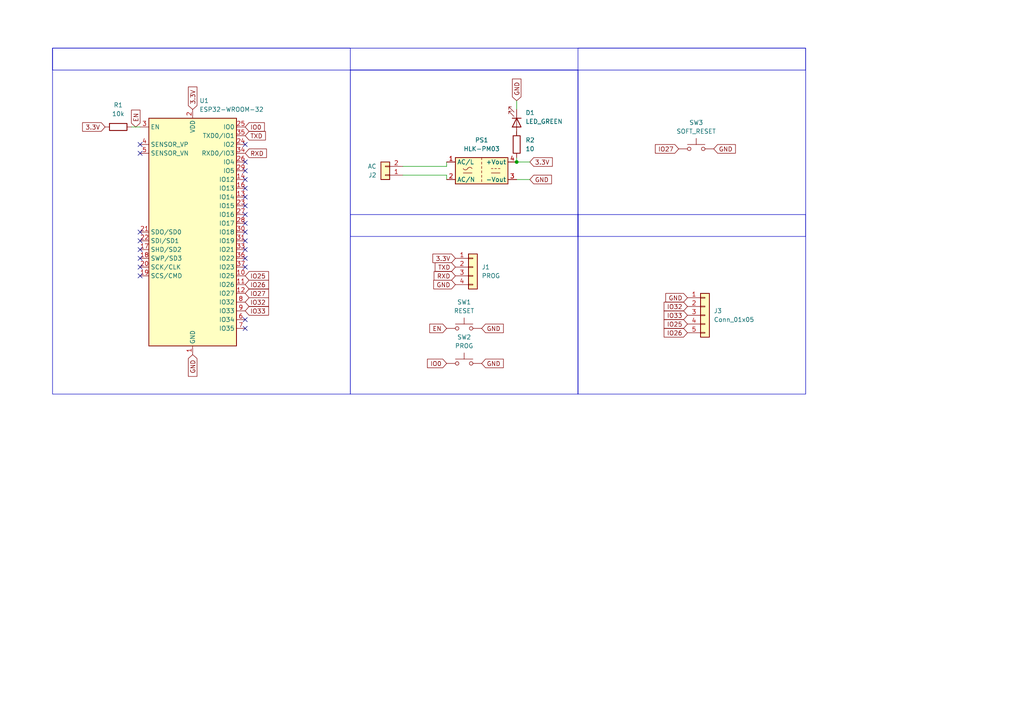
<source format=kicad_sch>
(kicad_sch (version 20231120) (generator "eeschema") (generator_version "8.0")
  (paper "A4")
  (lib_symbols
    (symbol "Connector_Generic:Conn_01x02" (pin_names (offset 1.016) hide)
      (property "Reference" "J2" (at 2.54 0.0001 0))
      (property "Value" "AC" (at 2.54 -2.5399 0))
      (symbol "Conn_01x02_1_1"
        (rectangle (start -1.27 -2.413) (end 0 -2.667) (stroke (width 0.1524)))
        (rectangle (start -1.27 0.127) (end 0 -0.127) (stroke (width 0.1524)))
        (rectangle (start -1.27 1.27) (end 1.27 -3.81) (stroke (width 0.254)) (fill (type background)))
        (pin passive line (at -5.08 0 0) (length 3.81) (name "Pin_1") (number "1"))
        (pin passive line (at -5.08 -2.54 0) (length 3.81) (name "Pin_2") (number "2"))
      )
    )
    (symbol "Connector_Generic:Conn_01x04" (pin_names (offset 1.016) hide)
      (property "Reference" "J" (at 0 5.08 0))
      (property "Value" "Conn_01x04" (at 0 -7.62 0))
      (symbol "Conn_01x04_1_1"
        (rectangle (start -1.27 -4.953) (end 0 -5.207) (stroke (width 0.1524)))
        (rectangle (start -1.27 -2.413) (end 0 -2.667) (stroke (width 0.1524)))
        (rectangle (start -1.27 0.127) (end 0 -0.127) (stroke (width 0.1524)))
        (rectangle (start -1.27 2.667) (end 0 2.413) (stroke (width 0.1524)))
        (rectangle (start -1.27 3.81) (end 1.27 -6.35) (stroke (width 0.254)) (fill (type background)))
        (pin passive line (at -5.08 2.54 0) (length 3.81) (name "Pin_1") (number "1"))
        (pin passive line (at -5.08 0 0) (length 3.81) (name "Pin_2") (number "2"))
        (pin passive line (at -5.08 -2.54 0) (length 3.81) (name "Pin_3") (number "3"))
        (pin passive line (at -5.08 -5.08 0) (length 3.81) (name "Pin_4") (number "4"))
      )
    )
    (symbol "Connector_Generic:Conn_01x05" (pin_names (offset 1.016) hide)
      (property "Reference" "J" (at 0 7.62 0))
      (property "Value" "Conn_01x05" (at 0 -7.62 0))
      (symbol "Conn_01x05_1_1"
        (rectangle (start -1.27 -4.953) (end 0 -5.207) (stroke (width 0.1524)))
        (rectangle (start -1.27 -2.413) (end 0 -2.667) (stroke (width 0.1524)))
        (rectangle (start -1.27 0.127) (end 0 -0.127) (stroke (width 0.1524)))
        (rectangle (start -1.27 2.667) (end 0 2.413) (stroke (width 0.1524)))
        (rectangle (start -1.27 5.207) (end 0 4.953) (stroke (width 0.1524)))
        (rectangle (start -1.27 6.35) (end 1.27 -6.35) (stroke (width 0.254)) (fill (type background)))
        (pin passive line (at -5.08 5.08 0) (length 3.81) (name "Pin_1") (number "1"))
        (pin passive line (at -5.08 2.54 0) (length 3.81) (name "Pin_2") (number "2"))
        (pin passive line (at -5.08 0 0) (length 3.81) (name "Pin_3") (number "3"))
        (pin passive line (at -5.08 -2.54 0) (length 3.81) (name "Pin_4") (number "4"))
        (pin passive line (at -5.08 -5.08 0) (length 3.81) (name "Pin_5") (number "5"))
      )
    )
    (symbol "Converter_ACDC:HLK-PM03"
      (property "Reference" "PS" (at 0 5.08 0))
      (property "Value" "HLK-PM03" (at 0 -5.08 0))
      (symbol "HLK-PM03_0_1"
        (rectangle (start -7.62 3.81) (end 7.62 -3.81) (stroke (width 0.254)) (fill (type background)))
        (arc (start -5.334 0.635) (mid -4.699 0.2495) (end -4.064 0.635))
        (arc (start -2.794 0.635) (mid -3.429 1.0072) (end -4.064 0.635))
        (polyline (pts (xy -5.334 -0.635) (xy -2.794 -0.635)))
        (polyline (pts (xy 0 -2.54) (xy 0 -3.175)))
        (polyline (pts (xy 0 -1.27) (xy 0 -1.905)))
        (polyline (pts (xy 0 0) (xy 0 -0.635)))
        (polyline (pts (xy 0 1.27) (xy 0 0.635)))
        (polyline (pts (xy 0 2.54) (xy 0 1.905)))
        (polyline (pts (xy 0 3.81) (xy 0 3.175)))
        (polyline (pts (xy 2.794 -0.635) (xy 5.334 -0.635)))
        (polyline (pts (xy 2.794 0.635) (xy 3.302 0.635)))
        (polyline (pts (xy 3.81 0.635) (xy 4.318 0.635)))
        (polyline (pts (xy 4.826 0.635) (xy 5.334 0.635)))
      )
      (symbol "HLK-PM03_1_1"
        (pin power_in line (at -10.16 2.54 0) (length 2.54) (name "AC/L") (number "1"))
        (pin power_in line (at -10.16 -2.54 0) (length 2.54) (name "AC/N") (number "2"))
        (pin power_out line (at 10.16 -2.54 180) (length 2.54) (name "-Vout") (number "3"))
        (pin power_out line (at 10.16 2.54 180) (length 2.54) (name "+Vout") (number "4"))
      )
    )
    (symbol "Device:LED" (pin_numbers hide) (pin_names (offset 1.016) hide)
      (property "Reference" "D" (at 0 2.54 0))
      (property "Value" "LED" (at 0 -2.54 0))
      (symbol "LED_0_1"
        (polyline (pts (xy -1.27 -1.27) (xy -1.27 1.27)) (stroke (width 0.254)))
        (polyline (pts (xy -1.27 0) (xy 1.27 0)))
        (polyline (pts (xy 1.27 -1.27) (xy 1.27 1.27) (xy -1.27 0) (xy 1.27 -1.27)) (stroke (width 0.254)))
        (polyline (pts (xy -3.048 -0.762) (xy -4.572 -2.286) (xy -3.81 -2.286) (xy -4.572 -2.286) (xy -4.572 -1.524)))
        (polyline (pts (xy -1.778 -0.762) (xy -3.302 -2.286) (xy -2.54 -2.286) (xy -3.302 -2.286) (xy -3.302 -1.524)))
      )
      (symbol "LED_1_1"
        (pin passive line (at -3.81 0 0) (length 2.54) (name "K") (number "1"))
        (pin passive line (at 3.81 0 180) (length 2.54) (name "A") (number "2"))
      )
    )
    (symbol "Device:R" (pin_numbers hide) (pin_names (offset 0))
      (property "Reference" "R" (at 2.032 0 90))
      (property "Value" "R" (at 0 0 90))
      (symbol "R_0_1"
        (rectangle (start -1.016 -2.54) (end 1.016 2.54) (stroke (width 0.254)))
      )
      (symbol "R_1_1"
        (pin passive line (at 0 3.81 270) (length 1.27) (name "~") (number "1"))
        (pin passive line (at 0 -3.81 90) (length 1.27) (name "~") (number "2"))
      )
    )
    (symbol "RF_Module:ESP32-WROOM-32"
      (property "Reference" "U" (at -12.7 34.29 0))
      (property "Value" "ESP32-WROOM-32" (at 1.27 34.29 0))
      (symbol "ESP32-WROOM-32_0_1"
        (rectangle (start -12.7 33.02) (end 12.7 -33.02) (stroke (width 0.254)) (fill (type background)))
      )
      (symbol "ESP32-WROOM-32_1_1"
        (pin power_in line (at 0 -35.56 90) (length 2.54) (name "GND") (number "1"))
        (pin bidirectional line (at 15.24 -12.7 180) (length 2.54) (name "IO25") (number "10"))
        (pin bidirectional line (at 15.24 -15.24 180) (length 2.54) (name "IO26") (number "11"))
        (pin bidirectional line (at 15.24 -17.78 180) (length 2.54) (name "IO27") (number "12"))
        (pin bidirectional line (at 15.24 10.16 180) (length 2.54) (name "IO14") (number "13"))
        (pin bidirectional line (at 15.24 15.24 180) (length 2.54) (name "IO12") (number "14"))
        (pin passive line (at 0 -35.56 90) (length 2.54) hide (name "GND") (number "15"))
        (pin bidirectional line (at 15.24 12.7 180) (length 2.54) (name "IO13") (number "16"))
        (pin bidirectional line (at -15.24 -5.08 0) (length 2.54) (name "SHD/SD2") (number "17"))
        (pin bidirectional line (at -15.24 -7.62 0) (length 2.54) (name "SWP/SD3") (number "18"))
        (pin bidirectional line (at -15.24 -12.7 0) (length 2.54) (name "SCS/CMD") (number "19"))
        (pin power_in line (at 0 35.56 270) (length 2.54) (name "VDD") (number "2"))
        (pin bidirectional line (at -15.24 -10.16 0) (length 2.54) (name "SCK/CLK") (number "20"))
        (pin bidirectional line (at -15.24 0 0) (length 2.54) (name "SDO/SD0") (number "21"))
        (pin bidirectional line (at -15.24 -2.54 0) (length 2.54) (name "SDI/SD1") (number "22"))
        (pin bidirectional line (at 15.24 7.62 180) (length 2.54) (name "IO15") (number "23"))
        (pin bidirectional line (at 15.24 25.4 180) (length 2.54) (name "IO2") (number "24"))
        (pin bidirectional line (at 15.24 30.48 180) (length 2.54) (name "IO0") (number "25"))
        (pin bidirectional line (at 15.24 20.32 180) (length 2.54) (name "IO4") (number "26"))
        (pin bidirectional line (at 15.24 5.08 180) (length 2.54) (name "IO16") (number "27"))
        (pin bidirectional line (at 15.24 2.54 180) (length 2.54) (name "IO17") (number "28"))
        (pin bidirectional line (at 15.24 17.78 180) (length 2.54) (name "IO5") (number "29"))
        (pin input line (at -15.24 30.48 0) (length 2.54) (name "EN") (number "3"))
        (pin bidirectional line (at 15.24 0 180) (length 2.54) (name "IO18") (number "30"))
        (pin bidirectional line (at 15.24 -2.54 180) (length 2.54) (name "IO19") (number "31"))
        (pin no_connect line (at -12.7 -27.94 0) (length 2.54) hide (name "NC") (number "32"))
        (pin bidirectional line (at 15.24 -5.08 180) (length 2.54) (name "IO21") (number "33"))
        (pin bidirectional line (at 15.24 22.86 180) (length 2.54) (name "RXD0/IO3") (number "34"))
        (pin bidirectional line (at 15.24 27.94 180) (length 2.54) (name "TXD0/IO1") (number "35"))
        (pin bidirectional line (at 15.24 -7.62 180) (length 2.54) (name "IO22") (number "36"))
        (pin bidirectional line (at 15.24 -10.16 180) (length 2.54) (name "IO23") (number "37"))
        (pin passive line (at 0 -35.56 90) (length 2.54) hide (name "GND") (number "38"))
        (pin passive line (at 0 -35.56 90) (length 2.54) hide (name "GND") (number "39"))
        (pin input line (at -15.24 25.4 0) (length 2.54) (name "SENSOR_VP") (number "4"))
        (pin input line (at -15.24 22.86 0) (length 2.54) (name "SENSOR_VN") (number "5"))
        (pin input line (at 15.24 -25.4 180) (length 2.54) (name "IO34") (number "6"))
        (pin input line (at 15.24 -27.94 180) (length 2.54) (name "IO35") (number "7"))
        (pin bidirectional line (at 15.24 -20.32 180) (length 2.54) (name "IO32") (number "8"))
        (pin bidirectional line (at 15.24 -22.86 180) (length 2.54) (name "IO33") (number "9"))
      )
    )
    (symbol "Switch:SW_Push" (pin_numbers hide) (pin_names (offset 1.016) hide)
      (property "Reference" "SW" (at 1.27 2.54 0))
      (property "Value" "SW_Push" (at 0 -1.524 0))
      (symbol "SW_Push_0_1"
        (circle (center -2.032 0) (radius 0.508))
        (polyline (pts (xy 0 1.27) (xy 0 3.048)))
        (polyline (pts (xy 2.54 1.27) (xy -2.54 1.27)))
        (circle (center 2.032 0) (radius 0.508))
        (pin passive line (at -5.08 0 0) (length 2.54) (name "1") (number "1"))
        (pin passive line (at 5.08 0 180) (length 2.54) (name "2") (number "2"))
      )
    )
  )
  (junction (at 149.86 46.99))
  (no_connect (at 71.12 41.91))
  (no_connect (at 71.12 46.99))
  (no_connect (at 71.12 74.93))
  (no_connect (at 71.12 72.39))
  (no_connect (at 40.64 69.85))
  (no_connect (at 71.12 57.15))
  (no_connect (at 71.12 95.25))
  (no_connect (at 71.12 54.61))
  (no_connect (at 71.12 52.07))
  (no_connect (at 71.12 92.71))
  (no_connect (at 40.64 77.47))
  (no_connect (at 40.64 67.31))
  (no_connect (at 71.12 69.85))
  (no_connect (at 71.12 49.53))
  (no_connect (at 71.12 62.23))
  (no_connect (at 40.64 44.45))
  (no_connect (at 40.64 41.91))
  (no_connect (at 71.12 64.77))
  (no_connect (at 71.12 67.31))
  (no_connect (at 40.64 74.93))
  (no_connect (at 71.12 77.47))
  (no_connect (at 40.64 80.01))
  (no_connect (at 71.12 59.69))
  (no_connect (at 40.64 72.39))
  (wire (pts (xy 153.67 52.07) (xy 149.86 52.07)))
  (wire (pts (xy 116.84 48.26) (xy 129.54 48.26)))
  (wire (pts (xy 116.84 50.8) (xy 129.54 50.8)))
  (wire (pts (xy 129.54 50.8) (xy 129.54 52.07)))
  (wire (pts (xy 149.86 38.1) (xy 149.86 39.37)))
  (wire (pts (xy 38.1 36.83) (xy 40.64 36.83)))
  (wire (pts (xy 149.86 29.21) (xy 149.86 31.75)))
  (wire (pts (xy 129.54 48.26) (xy 129.54 46.99)))
  (wire (pts (xy 149.86 45.72) (xy 149.86 46.99)))
  (wire (pts (xy 153.67 46.99) (xy 149.86 46.99)))
  (rectangle (start 15.24 13.97) (end 233.68 20.32))
  (rectangle (start 15.24 13.97) (end 101.6 114.3))
  (rectangle (start 167.64 13.97) (end 233.68 68.58))
  (rectangle (start 167.64 62.23) (end 233.68 114.3))
  (rectangle (start 101.6 20.32) (end 167.64 68.58))
  (rectangle (start 101.6 62.23) (end 167.64 114.3))
  (global_label "IO32" (shape input) (at 71.12 87.63 0) (property "Intersheetrefs" "${INTERSHEET_REFS}" (effects (hide yes))))
  (global_label "GND" (shape input) (at 199.39 86.36 180) (property "Intersheetrefs" "${INTERSHEET_REFS}" (effects (hide yes))))
  (global_label "IO26" (shape input) (at 71.12 82.55 0) (property "Intersheetrefs" "${INTERSHEET_REFS}" (effects (hide yes))))
  (global_label "IO0" (shape input) (at 129.54 105.41 180) (property "Intersheetrefs" "${INTERSHEET_REFS}" (effects (hide yes))))
  (global_label "GND" (shape input) (at 149.86 29.21 90) (property "Intersheetrefs" "${INTERSHEET_REFS}" (effects (hide yes))))
  (global_label "EN" (shape input) (at 39.37 36.83 90) (property "Intersheetrefs" "${INTERSHEET_REFS}" (effects (hide yes))))
  (global_label "GND" (shape input) (at 207.01 43.18 0) (property "Intersheetrefs" "${INTERSHEET_REFS}" (effects (hide yes))))
  (global_label "IO33" (shape input) (at 199.39 91.44 180) (property "Intersheetrefs" "${INTERSHEET_REFS}" (effects (hide yes))))
  (global_label "IO0" (shape input) (at 71.12 36.83 0) (property "Intersheetrefs" "${INTERSHEET_REFS}" (effects (hide yes))))
  (global_label "3.3V" (shape input) (at 55.88 31.75 90) (property "Intersheetrefs" "${INTERSHEET_REFS}" (effects (hide yes))))
  (global_label "TXD" (shape input) (at 71.12 39.37 0) (property "Intersheetrefs" "${INTERSHEET_REFS}" (effects (hide yes))))
  (global_label "IO26" (shape input) (at 199.39 96.52 180) (property "Intersheetrefs" "${INTERSHEET_REFS}" (effects (hide yes))))
  (global_label "3.3V" (shape input) (at 153.67 46.99 0) (property "Intersheetrefs" "${INTERSHEET_REFS}" (effects (hide yes))))
  (global_label "GND" (shape input) (at 139.7 105.41 0) (property "Intersheetrefs" "${INTERSHEET_REFS}" (effects (hide yes))))
  (global_label "GND" (shape input) (at 153.67 52.07 0) (property "Intersheetrefs" "${INTERSHEET_REFS}" (effects (hide yes))))
  (global_label "GND" (shape input) (at 139.7 95.25 0) (property "Intersheetrefs" "${INTERSHEET_REFS}" (effects (hide yes))))
  (global_label "GND" (shape input) (at 132.08 82.55 180) (property "Intersheetrefs" "${INTERSHEET_REFS}" (effects (hide yes))))
  (global_label "TXD" (shape input) (at 132.08 77.47 180) (property "Intersheetrefs" "${INTERSHEET_REFS}" (effects (hide yes))))
  (global_label "IO25" (shape input) (at 199.39 93.98 180) (property "Intersheetrefs" "${INTERSHEET_REFS}" (effects (hide yes))))
  (global_label "GND" (shape input) (at 55.88 102.87 270) (property "Intersheetrefs" "${INTERSHEET_REFS}" (effects (hide yes))))
  (global_label "3.3V" (shape input) (at 30.48 36.83 180) (property "Intersheetrefs" "${INTERSHEET_REFS}" (effects (hide yes))))
  (global_label "IO27" (shape input) (at 196.85 43.18 180) (property "Intersheetrefs" "${INTERSHEET_REFS}" (effects (hide yes))))
  (global_label "3.3V" (shape input) (at 132.08 74.93 180) (property "Intersheetrefs" "${INTERSHEET_REFS}" (effects (hide yes))))
  (global_label "IO32" (shape input) (at 199.39 88.9 180) (property "Intersheetrefs" "${INTERSHEET_REFS}" (effects (hide yes))))
  (global_label "EN" (shape input) (at 129.54 95.25 180) (property "Intersheetrefs" "${INTERSHEET_REFS}" (effects (hide yes))))
  (global_label "IO27" (shape input) (at 71.12 85.09 0) (property "Intersheetrefs" "${INTERSHEET_REFS}" (effects (hide yes))))
  (global_label "IO33" (shape input) (at 71.12 90.17 0) (property "Intersheetrefs" "${INTERSHEET_REFS}" (effects (hide yes))))
  (global_label "RXD" (shape input) (at 132.08 80.01 180) (property "Intersheetrefs" "${INTERSHEET_REFS}" (effects (hide yes))))
  (global_label "IO25" (shape input) (at 71.12 80.01 0) (property "Intersheetrefs" "${INTERSHEET_REFS}" (effects (hide yes))))
  (global_label "RXD" (shape input) (at 71.12 44.45 0) (property "Intersheetrefs" "${INTERSHEET_REFS}" (effects (hide yes))))
  (symbol (lib_id "Device:R") (at 34.29 36.83 90) (unit 1)
    (property "Reference" "R1" (at 34.29 30.48 90))
    (property "Value" "10k" (at 34.29 33.02 90))
    (property "Footprint" "Resistor_SMD:R_0805_2012Metric_Pad1.20x1.40mm_HandSolder" (effects (hide yes)))
  )
  (symbol (lib_id "Connector_Generic:Conn_01x02") (at 111.76 50.8 180) (unit 1)
    (property "Reference" "J2" (at 109.22 50.8001 0) (effects (justify left)))
    (property "Value" "AC" (at 109.22 48.2601 0) (effects (justify left)))
    (property "Footprint" "Connector_Phoenix_MC:PhoenixContact_MCV_1,5_2-G-3.81_1x02_P3.81mm_Vertical" (effects (hide yes)))
    (property "Description" "Generic connector, single row, 01x02, script generated (kicad-library-utils/schlib/autogen/connector/)" (effects (hide yes)))
  )
  (symbol (lib_id "Converter_ACDC:HLK-PM03") (at 139.7 49.53 0) (unit 1)
    (property "Reference" "PS1" (at 139.7 40.64 0))
    (property "Value" "HLK-PM03" (at 139.7 43.18 0))
    (property "Footprint" "Converter_ACDC:Converter_ACDC_Hi-Link_HLK-PMxx" (effects (hide yes)))
    (property "Datasheet" "https://h.hlktech.com/download/ACDC%E7%94%B5%E6%BA%90%E6%A8%A1%E5%9D%973W%E7%B3%BB%E5%88%97/1/%E6%B5%B7%E5%87%8C%E7%A7%913W%E7%B3%BB%E5%88%97%E7%94%B5%E6%BA%90%E6%A8%A1%E5%9D%97%E8%A7%84%E6%A0%BC%E4%B9%A6V2.8.pdf" (effects (hide yes)))
    (property "Description" "Compact AC/DC board mount power module 3W 3V3" (effects (hide yes)))
  )
  (symbol (lib_id "Connector_Generic:Conn_01x04") (at 137.16 77.47 0) (unit 1)
    (property "Reference" "J1" (at 139.7 77.4699 0) (effects (justify left)))
    (property "Value" "PROG" (at 139.7 80.0099 0) (effects (justify left)))
    (property "Footprint" "Connector_PinHeader_1.00mm:PinHeader_1x04_P1.00mm_Vertical_SMD_Pin1Left" (effects (hide yes)))
    (property "Description" "Generic connector, single row, 01x04, script generated (kicad-library-utils/schlib/autogen/connector/)" (effects (hide yes)))
  )
  (symbol (lib_id "Connector_Generic:Conn_01x05") (at 204.47 91.44 0) (unit 1)
    (property "Reference" "J3" (at 207.01 90.1699 0) (effects (justify left)))
    (property "Value" "Conn_01x05" (at 207.01 92.7099 0) (effects (justify left)))
    (property "Footprint" "Connector_Phoenix_MC:PhoenixContact_MCV_1,5_5-G-3.81_1x05_P3.81mm_Vertical" (effects (hide yes)))
    (property "Description" "Generic connector, single row, 01x05, script generated (kicad-library-utils/schlib/autogen/connector/)" (effects (hide yes)))
  )
  (symbol (lib_id "Switch:SW_Push") (at 134.62 95.25 0) (unit 1)
    (property "Reference" "SW1" (at 134.62 87.63 0))
    (property "Value" "RESET" (at 134.62 90.17 0))
    (property "Footprint" "Button_Switch_SMD:SW_SPST_EVQP2" (effects (hide yes)))
  )
  (symbol (lib_id "Device:R") (at 149.86 41.91 180) (unit 1)
    (property "Reference" "R2" (at 152.4 40.6399 0) (effects (justify right)))
    (property "Value" "10" (at 152.4 43.1799 0) (effects (justify right)))
    (property "Footprint" "Resistor_SMD:R_0805_2012Metric_Pad1.20x1.40mm_HandSolder" (effects (hide yes)))
  )
  (symbol (lib_id "Switch:SW_Push") (at 134.62 105.41 0) (unit 1)
    (property "Reference" "SW2" (at 134.62 97.79 0))
    (property "Value" "PROG" (at 134.62 100.33 0))
    (property "Footprint" "Button_Switch_SMD:SW_SPST_EVQP2" (effects (hide yes)))
  )
  (symbol (lib_id "Switch:SW_Push") (at 201.93 43.18 0) (unit 1)
    (property "Reference" "SW3" (at 201.93 35.56 0))
    (property "Value" "SOFT_RESET" (at 201.93 38.1 0))
    (property "Footprint" "Button_Switch_SMD:SW_SPST_EVQP2" (effects (hide yes)))
  )
  (symbol (lib_id "RF_Module:ESP32-WROOM-32") (at 55.88 67.31 0) (unit 1)
    (property "Reference" "U1" (at 57.8359 29.21 0) (effects (justify left)))
    (property "Value" "ESP32-WROOM-32" (at 57.8359 31.75 0) (effects (justify left)))
    (property "Footprint" "RF_Module:ESP32-WROOM-32" (effects (hide yes)))
    (property "Datasheet" "https://www.espressif.com/sites/default/files/documentation/esp32-wroom-32_datasheet_en.pdf" (effects (hide yes)))
  )
  (symbol (lib_id "Device:LED") (at 149.86 35.56 270) (unit 1)
    (property "Reference" "D1" (at 152.4 32.7024 90) (effects (justify left)))
    (property "Value" "LED_GREEN" (at 152.4 35.2424 90) (effects (justify left)))
    (property "Footprint" "LED_SMD:LED_0603_1608Metric_Pad1.05x0.95mm_HandSolder" (effects (hide yes)))
    (property "Description" "Light emitting diode" (effects (hide yes)))
  )
)
</source>
